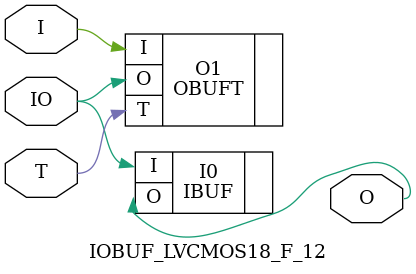
<source format=v>


`timescale  1 ps / 1 ps


module IOBUF_LVCMOS18_F_12 (O, IO, I, T);

    output O;

    inout  IO;

    input  I, T;

        OBUFT #(.IOSTANDARD("LVCMOS18"), .SLEW("FAST"), .DRIVE(12)) O1 (.O(IO), .I(I), .T(T)); 
	IBUF #(.IOSTANDARD("LVCMOS18"))  I0 (.O(O), .I(IO));
        

endmodule



</source>
